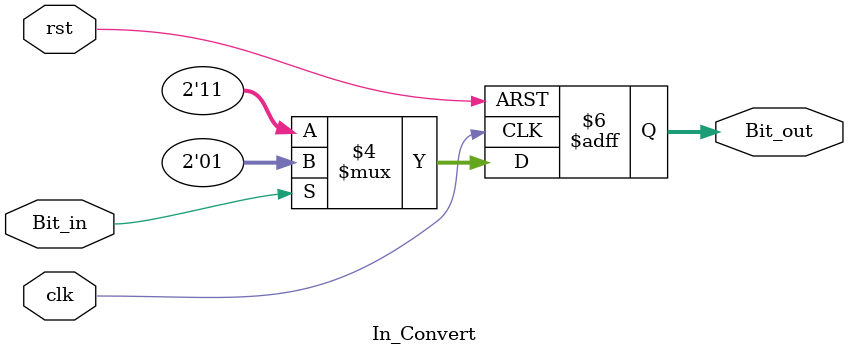
<source format=v>
/*
	2023.12.14 东南大学
作者：		张启元
文件名：	In_Convert.v
所属项目:	Bit流抽取滤波器设计
顶层模块：	In_Convert
模块名称及其描述:	
	In_Convert模块：
		将输入高低电平信号转换为Bit流量化数据（01与11）
修改纪录：
	231211 修改
*/

module In_Convert(
	
	rst,clk,Bit_in,
	Bit_out
);
input	rst;			//复位信号，高电平有效
input	clk;			//锁相环分频输出时钟，频率为512KHz
input	Bit_in;			//Bit流高低电平输入
output 	reg signed [1:0]	Bit_out;	//转换后输出数据

always@(posedge	clk or posedge rst)
	if(rst)
		Bit_out <= 2'b00;
	else
		begin
			if(Bit_in == 1'd1)
				Bit_out <= 2'b01;	//对应十进制有符号数为1
			else
				Bit_out <= 2'b11;	//对应十进制有符号数为-1
		end

endmodule

</source>
